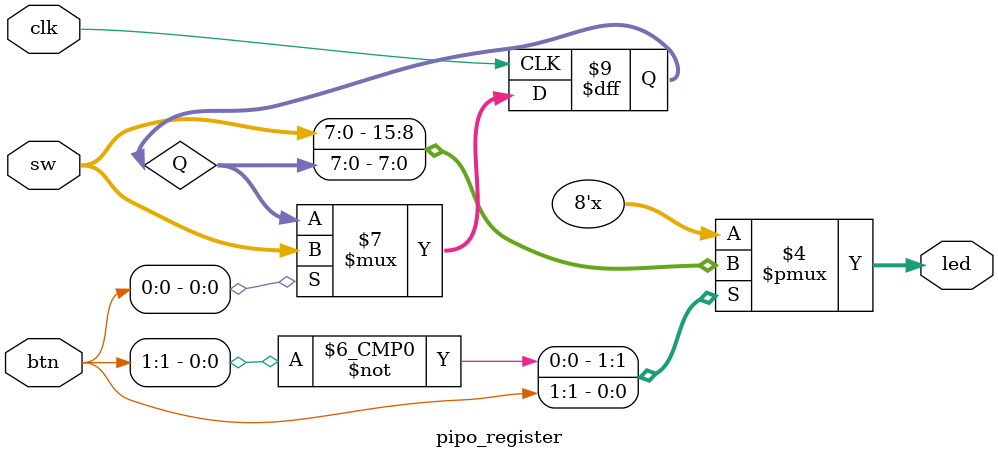
<source format=v>
`timescale 1ns / 1ps

// this version uses a nonstandard clock. too lazy so i'm just gonna make a new module that does the same thing in this file
// would have to change XDC comment thingy
//module pipo_register(
//    input [7:0] sw,
//    input [1:0] btn,
//    output reg [7:0] led
//    );
    
//reg [7:0] Q;

//always @(posedge(btn[0])) begin
//    Q <= sw;
//end

//always @(sw, Q, btn[1]) begin
//    case (btn[1])
//        1'b0: led <= sw;
//        1'b1: led <= Q;
//        default: led <= 0;
//   endcase 
//end
    
//endmodule



module pipo_register(
    input [7:0] sw,
    input [1:0] btn,
    input clk,
    output reg [7:0] led
    );
    
reg [7:0] Q;

always @(posedge(clk)) begin
    if (btn[0] == 1)
        Q <= sw;
end

always @(sw, Q, btn[1]) begin
    case (btn[1])
        1'b0: led <= sw;
        1'b1: led <= Q;
        default: led <= 0;
   endcase 
end
    
endmodule

</source>
